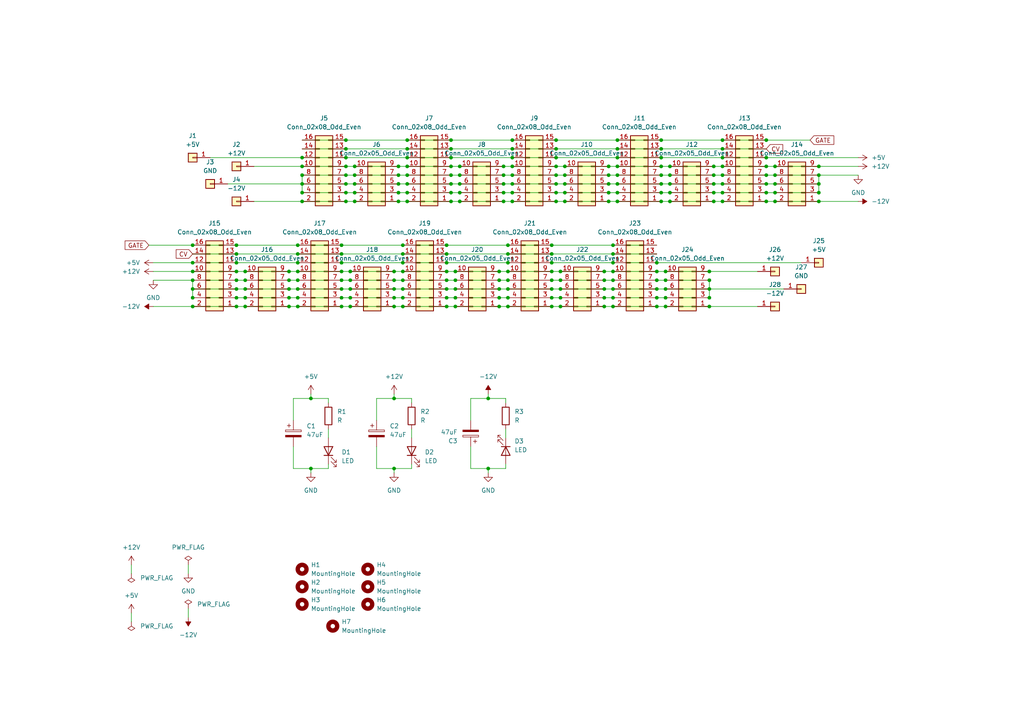
<source format=kicad_sch>
(kicad_sch (version 20211123) (generator eeschema)
  (paper "A4")
  (title_block (title "BUS BOARD") (rev "0.2.0") (company "Butch Warns"))
  (lib_symbols
    (symbol "Connector_Generic:Conn_01x01" (pin_names (offset 1.016) hide)
      (property "Reference" "J" (at 0 2.54 0))
      (property "Value" "Conn_01x01" (at 0 -2.54 0))
      (symbol "Conn_01x01_1_1"
        (rectangle (start -1.27 0.127) (end 0 -0.127) (stroke (width 0.1524)))
        (rectangle (start -1.27 1.27) (end 1.27 -1.27) (stroke (width 0.254)) (fill (type background)))
        (pin passive line (at -5.08 0 0) (length 3.81) (name "Pin_1") (number "1"))
      )
    )
    (symbol "Connector_Generic:Conn_02x05_Odd_Even" (pin_names (offset 1.016) hide)
      (property "Reference" "J" (at 1.27 7.62 0))
      (property "Value" "Conn_02x05_Odd_Even" (at 1.27 -7.62 0))
      (symbol "Conn_02x05_Odd_Even_1_1"
        (rectangle (start -1.27 -4.953) (end 0 -5.207) (stroke (width 0.1524)))
        (rectangle (start -1.27 -2.413) (end 0 -2.667) (stroke (width 0.1524)))
        (rectangle (start -1.27 0.127) (end 0 -0.127) (stroke (width 0.1524)))
        (rectangle (start -1.27 2.667) (end 0 2.413) (stroke (width 0.1524)))
        (rectangle (start -1.27 5.207) (end 0 4.953) (stroke (width 0.1524)))
        (rectangle (start -1.27 6.35) (end 3.81 -6.35) (stroke (width 0.254)) (fill (type background)))
        (rectangle (start 3.81 -4.953) (end 2.54 -5.207) (stroke (width 0.1524)))
        (rectangle (start 3.81 -2.413) (end 2.54 -2.667) (stroke (width 0.1524)))
        (rectangle (start 3.81 0.127) (end 2.54 -0.127) (stroke (width 0.1524)))
        (rectangle (start 3.81 2.667) (end 2.54 2.413) (stroke (width 0.1524)))
        (rectangle (start 3.81 5.207) (end 2.54 4.953) (stroke (width 0.1524)))
        (pin passive line (at -5.08 5.08 0) (length 3.81) (name "Pin_1") (number "1"))
        (pin passive line (at 7.62 -5.08 180) (length 3.81) (name "Pin_10") (number "10"))
        (pin passive line (at 7.62 5.08 180) (length 3.81) (name "Pin_2") (number "2"))
        (pin passive line (at -5.08 2.54 0) (length 3.81) (name "Pin_3") (number "3"))
        (pin passive line (at 7.62 2.54 180) (length 3.81) (name "Pin_4") (number "4"))
        (pin passive line (at -5.08 0 0) (length 3.81) (name "Pin_5") (number "5"))
        (pin passive line (at 7.62 0 180) (length 3.81) (name "Pin_6") (number "6"))
        (pin passive line (at -5.08 -2.54 0) (length 3.81) (name "Pin_7") (number "7"))
        (pin passive line (at 7.62 -2.54 180) (length 3.81) (name "Pin_8") (number "8"))
        (pin passive line (at -5.08 -5.08 0) (length 3.81) (name "Pin_9") (number "9"))
      )
    )
    (symbol "Connector_Generic:Conn_02x08_Odd_Even" (pin_names (offset 1.016) hide)
      (property "Reference" "J" (at 1.27 10.16 0))
      (property "Value" "Conn_02x08_Odd_Even" (at 1.27 -12.7 0))
      (symbol "Conn_02x08_Odd_Even_1_1"
        (rectangle (start -1.27 -10.033) (end 0 -10.287) (stroke (width 0.1524)))
        (rectangle (start -1.27 -7.493) (end 0 -7.747) (stroke (width 0.1524)))
        (rectangle (start -1.27 -4.953) (end 0 -5.207) (stroke (width 0.1524)))
        (rectangle (start -1.27 -2.413) (end 0 -2.667) (stroke (width 0.1524)))
        (rectangle (start -1.27 0.127) (end 0 -0.127) (stroke (width 0.1524)))
        (rectangle (start -1.27 2.667) (end 0 2.413) (stroke (width 0.1524)))
        (rectangle (start -1.27 5.207) (end 0 4.953) (stroke (width 0.1524)))
        (rectangle (start -1.27 7.747) (end 0 7.493) (stroke (width 0.1524)))
        (rectangle (start -1.27 8.89) (end 3.81 -11.43) (stroke (width 0.254)) (fill (type background)))
        (rectangle (start 3.81 -10.033) (end 2.54 -10.287) (stroke (width 0.1524)))
        (rectangle (start 3.81 -7.493) (end 2.54 -7.747) (stroke (width 0.1524)))
        (rectangle (start 3.81 -4.953) (end 2.54 -5.207) (stroke (width 0.1524)))
        (rectangle (start 3.81 -2.413) (end 2.54 -2.667) (stroke (width 0.1524)))
        (rectangle (start 3.81 0.127) (end 2.54 -0.127) (stroke (width 0.1524)))
        (rectangle (start 3.81 2.667) (end 2.54 2.413) (stroke (width 0.1524)))
        (rectangle (start 3.81 5.207) (end 2.54 4.953) (stroke (width 0.1524)))
        (rectangle (start 3.81 7.747) (end 2.54 7.493) (stroke (width 0.1524)))
        (pin passive line (at -5.08 7.62 0) (length 3.81) (name "Pin_1") (number "1"))
        (pin passive line (at 7.62 -2.54 180) (length 3.81) (name "Pin_10") (number "10"))
        (pin passive line (at -5.08 -5.08 0) (length 3.81) (name "Pin_11") (number "11"))
        (pin passive line (at 7.62 -5.08 180) (length 3.81) (name "Pin_12") (number "12"))
        (pin passive line (at -5.08 -7.62 0) (length 3.81) (name "Pin_13") (number "13"))
        (pin passive line (at 7.62 -7.62 180) (length 3.81) (name "Pin_14") (number "14"))
        (pin passive line (at -5.08 -10.16 0) (length 3.81) (name "Pin_15") (number "15"))
        (pin passive line (at 7.62 -10.16 180) (length 3.81) (name "Pin_16") (number "16"))
        (pin passive line (at 7.62 7.62 180) (length 3.81) (name "Pin_2") (number "2"))
        (pin passive line (at -5.08 5.08 0) (length 3.81) (name "Pin_3") (number "3"))
        (pin passive line (at 7.62 5.08 180) (length 3.81) (name "Pin_4") (number "4"))
        (pin passive line (at -5.08 2.54 0) (length 3.81) (name "Pin_5") (number "5"))
        (pin passive line (at 7.62 2.54 180) (length 3.81) (name "Pin_6") (number "6"))
        (pin passive line (at -5.08 0 0) (length 3.81) (name "Pin_7") (number "7"))
        (pin passive line (at 7.62 0 180) (length 3.81) (name "Pin_8") (number "8"))
        (pin passive line (at -5.08 -2.54 0) (length 3.81) (name "Pin_9") (number "9"))
      )
    )
    (symbol "Device:C_Polarized" (pin_numbers hide) (pin_names (offset 0.254))
      (property "Reference" "C" (at 0.635 2.54 0))
      (property "Value" "C_Polarized" (at 0.635 -2.54 0))
      (symbol "C_Polarized_0_1"
        (rectangle (start -2.286 0.508) (end 2.286 1.016))
        (polyline (pts (xy -1.778 2.286) (xy -0.762 2.286)))
        (polyline (pts (xy -1.27 2.794) (xy -1.27 1.778)))
        (rectangle (start 2.286 -0.508) (end -2.286 -1.016) (fill (type outline)))
      )
      (symbol "C_Polarized_1_1"
        (pin passive line (at 0 3.81 270) (length 2.794) (name "~") (number "1"))
        (pin passive line (at 0 -3.81 90) (length 2.794) (name "~") (number "2"))
      )
    )
    (symbol "Device:LED" (pin_numbers hide) (pin_names (offset 1.016) hide)
      (property "Reference" "D" (at 0 2.54 0))
      (property "Value" "LED" (at 0 -2.54 0))
      (symbol "LED_0_1"
        (polyline (pts (xy -1.27 -1.27) (xy -1.27 1.27)) (stroke (width 0.254)))
        (polyline (pts (xy -1.27 0) (xy 1.27 0)))
        (polyline (pts (xy 1.27 -1.27) (xy 1.27 1.27) (xy -1.27 0) (xy 1.27 -1.27)) (stroke (width 0.254)))
        (polyline (pts (xy -3.048 -0.762) (xy -4.572 -2.286) (xy -3.81 -2.286) (xy -4.572 -2.286) (xy -4.572 -1.524)))
        (polyline (pts (xy -1.778 -0.762) (xy -3.302 -2.286) (xy -2.54 -2.286) (xy -3.302 -2.286) (xy -3.302 -1.524)))
      )
      (symbol "LED_1_1"
        (pin passive line (at -3.81 0 0) (length 2.54) (name "K") (number "1"))
        (pin passive line (at 3.81 0 180) (length 2.54) (name "A") (number "2"))
      )
    )
    (symbol "Device:R" (pin_numbers hide) (pin_names (offset 0))
      (property "Reference" "R" (at 2.032 0 90))
      (property "Value" "R" (at 0 0 90))
      (symbol "R_0_1"
        (rectangle (start -1.016 -2.54) (end 1.016 2.54) (stroke (width 0.254)))
      )
      (symbol "R_1_1"
        (pin passive line (at 0 3.81 270) (length 1.27) (name "~") (number "1"))
        (pin passive line (at 0 -3.81 90) (length 1.27) (name "~") (number "2"))
      )
    )
    (symbol "Mechanical:MountingHole" (pin_names (offset 1.016))
      (property "Reference" "H" (at 0 5.08 0))
      (property "Value" "MountingHole" (at 0 3.175 0))
      (symbol "MountingHole_0_1"
        (circle (center 0 0) (radius 1.27) (stroke (width 1.27)))
      )
    )
    (symbol "power:+12V" (power) (pin_names (offset 0))
      (property "Value" "+12V" (at 0 3.556 0))
      (symbol "+12V_0_1"
        (polyline (pts (xy -0.762 1.27) (xy 0 2.54)))
        (polyline (pts (xy 0 0) (xy 0 2.54)))
        (polyline (pts (xy 0 2.54) (xy 0.762 1.27)))
      )
      (symbol "+12V_1_1"
        (pin power_in line (at 0 0 90) (length 0) hide (name "+12V") (number "1"))
      )
    )
    (symbol "power:+5V" (power) (pin_names (offset 0))
      (property "Value" "+5V" (at 0 3.556 0))
      (symbol "+5V_0_1"
        (polyline (pts (xy -0.762 1.27) (xy 0 2.54)))
        (polyline (pts (xy 0 0) (xy 0 2.54)))
        (polyline (pts (xy 0 2.54) (xy 0.762 1.27)))
      )
      (symbol "+5V_1_1"
        (pin power_in line (at 0 0 90) (length 0) hide (name "+5V") (number "1"))
      )
    )
    (symbol "power:-12V" (power) (pin_names (offset 0))
      (property "Value" "-12V" (at 0 3.81 0))
      (symbol "-12V_0_0"
        (pin power_in line (at 0 0 90) (length 0) hide (name "-12V") (number "1"))
      )
      (symbol "-12V_0_1"
        (polyline (pts (xy 0 0) (xy 0 1.27) (xy 0.762 1.27) (xy 0 2.54) (xy -0.762 1.27) (xy 0 1.27)) (fill (type outline)))
      )
    )
    (symbol "power:GND" (power) (pin_names (offset 0))
      (property "Value" "GND" (at 0 -3.81 0))
      (symbol "GND_0_1"
        (polyline (pts (xy 0 0) (xy 0 -1.27) (xy 1.27 -1.27) (xy 0 -2.54) (xy -1.27 -1.27) (xy 0 -1.27)))
      )
      (symbol "GND_1_1"
        (pin power_in line (at 0 0 270) (length 0) hide (name "GND") (number "1"))
      )
    )
    (symbol "power:PWR_FLAG" (power) (pin_numbers hide) (pin_names (offset 0) hide)
      (property "Value" "PWR_FLAG" (at 0 3.81 0))
      (symbol "PWR_FLAG_0_0"
        (pin power_out line (at 0 0 90) (length 0) (name "pwr") (number "1"))
      )
      (symbol "PWR_FLAG_0_1"
        (polyline (pts (xy 0 0) (xy 0 1.27) (xy -1.016 1.905) (xy 0 2.54) (xy 1.016 1.905) (xy 0 1.27)))
      )
    )
  )
  (junction (at 237.49 48.26))
  (junction (at 161.29 40.64))
  (junction (at 161.29 58.42))
  (junction (at 146.05 55.88))
  (junction (at 101.6 78.74))
  (junction (at 207.01 53.34))
  (junction (at 100.33 53.34))
  (junction (at 175.26 88.9))
  (junction (at 129.54 83.82))
  (junction (at 115.57 50.8))
  (junction (at 141.605 115.57))
  (junction (at 205.74 78.74))
  (junction (at 147.32 86.36))
  (junction (at 147.32 83.82))
  (junction (at 99.06 88.9))
  (junction (at 68.58 81.28))
  (junction (at 146.05 58.42))
  (junction (at 237.49 53.34))
  (junction (at 102.87 55.88))
  (junction (at 176.53 55.88))
  (junction (at 194.31 48.26))
  (junction (at 71.12 83.82))
  (junction (at 222.25 50.8))
  (junction (at 190.5 76.2))
  (junction (at 101.6 86.36))
  (junction (at 162.56 83.82))
  (junction (at 148.59 53.34))
  (junction (at 87.63 58.42))
  (junction (at 207.01 58.42))
  (junction (at 179.07 55.88))
  (junction (at 176.53 58.42))
  (junction (at 175.26 86.36))
  (junction (at 116.84 78.74))
  (junction (at 146.05 50.8))
  (junction (at 68.58 71.12))
  (junction (at 55.88 71.12))
  (junction (at 193.04 78.74))
  (junction (at 160.02 76.2))
  (junction (at 86.36 73.66))
  (junction (at 101.6 83.82))
  (junction (at 114.3 83.82))
  (junction (at 209.55 55.88))
  (junction (at 179.07 40.64))
  (junction (at 162.56 78.74))
  (junction (at 148.59 55.88))
  (junction (at 163.83 55.88))
  (junction (at 191.77 58.42))
  (junction (at 237.49 58.42))
  (junction (at 118.11 55.88))
  (junction (at 130.81 45.72))
  (junction (at 133.35 50.8))
  (junction (at 90.17 135.89))
  (junction (at 114.3 78.74))
  (junction (at 209.55 53.34))
  (junction (at 118.11 43.18))
  (junction (at 99.06 83.82))
  (junction (at 194.31 55.88))
  (junction (at 222.25 53.34))
  (junction (at 160.02 88.9))
  (junction (at 191.77 40.64))
  (junction (at 118.11 53.34))
  (junction (at 175.26 83.82))
  (junction (at 132.08 86.36))
  (junction (at 163.83 58.42))
  (junction (at 176.53 53.34))
  (junction (at 116.84 86.36))
  (junction (at 222.25 58.42))
  (junction (at 193.04 81.28))
  (junction (at 132.08 88.9))
  (junction (at 99.06 86.36))
  (junction (at 162.56 88.9))
  (junction (at 83.82 78.74))
  (junction (at 209.55 40.64))
  (junction (at 224.79 50.8))
  (junction (at 160.02 78.74))
  (junction (at 129.54 88.9))
  (junction (at 102.87 50.8))
  (junction (at 100.33 40.64))
  (junction (at 116.84 76.2))
  (junction (at 116.84 71.12))
  (junction (at 191.77 53.34))
  (junction (at 71.12 86.36))
  (junction (at 144.78 86.36))
  (junction (at 133.35 58.42))
  (junction (at 132.08 83.82))
  (junction (at 87.63 48.26))
  (junction (at 224.79 58.42))
  (junction (at 102.87 48.26))
  (junction (at 177.8 71.12))
  (junction (at 147.32 76.2))
  (junction (at 148.59 43.18))
  (junction (at 83.82 83.82))
  (junction (at 130.81 50.8))
  (junction (at 179.07 58.42))
  (junction (at 68.58 76.2))
  (junction (at 100.33 58.42))
  (junction (at 90.17 115.57))
  (junction (at 115.57 58.42))
  (junction (at 130.81 43.18))
  (junction (at 115.57 55.88))
  (junction (at 161.29 50.8))
  (junction (at 86.36 86.36))
  (junction (at 55.88 76.2))
  (junction (at 161.29 43.18))
  (junction (at 132.08 78.74))
  (junction (at 205.74 88.9))
  (junction (at 209.55 43.18))
  (junction (at 179.07 43.18))
  (junction (at 191.77 45.72))
  (junction (at 163.83 53.34))
  (junction (at 55.88 88.9))
  (junction (at 102.87 58.42))
  (junction (at 86.36 76.2))
  (junction (at 130.81 55.88))
  (junction (at 163.83 48.26))
  (junction (at 190.5 86.36))
  (junction (at 161.29 45.72))
  (junction (at 100.33 43.18))
  (junction (at 163.83 50.8))
  (junction (at 144.78 78.74))
  (junction (at 99.06 81.28))
  (junction (at 207.01 50.8))
  (junction (at 129.54 78.74))
  (junction (at 114.3 88.9))
  (junction (at 191.77 50.8))
  (junction (at 133.35 48.26))
  (junction (at 190.5 83.82))
  (junction (at 147.32 78.74))
  (junction (at 86.36 71.12))
  (junction (at 129.54 73.66))
  (junction (at 146.05 53.34))
  (junction (at 87.63 53.34))
  (junction (at 209.55 45.72))
  (junction (at 224.79 53.34))
  (junction (at 55.88 83.82))
  (junction (at 177.8 76.2))
  (junction (at 161.29 55.88))
  (junction (at 144.78 81.28))
  (junction (at 114.3 86.36))
  (junction (at 162.56 81.28))
  (junction (at 116.84 83.82))
  (junction (at 87.63 50.8))
  (junction (at 191.77 43.18))
  (junction (at 114.3 115.57))
  (junction (at 179.07 48.26))
  (junction (at 68.58 88.9))
  (junction (at 83.82 86.36))
  (junction (at 99.06 73.66))
  (junction (at 100.33 55.88))
  (junction (at 160.02 73.66))
  (junction (at 161.29 48.26))
  (junction (at 130.81 58.42))
  (junction (at 118.11 58.42))
  (junction (at 222.25 45.72))
  (junction (at 115.57 53.34))
  (junction (at 116.84 73.66))
  (junction (at 148.59 45.72))
  (junction (at 222.25 40.64))
  (junction (at 160.02 83.82))
  (junction (at 193.04 86.36))
  (junction (at 179.07 53.34))
  (junction (at 209.55 48.26))
  (junction (at 177.8 78.74))
  (junction (at 141.605 135.89))
  (junction (at 55.88 81.28))
  (junction (at 190.5 78.74))
  (junction (at 68.58 86.36))
  (junction (at 55.88 86.36))
  (junction (at 160.02 71.12))
  (junction (at 86.36 78.74))
  (junction (at 193.04 88.9))
  (junction (at 71.12 81.28))
  (junction (at 205.74 81.28))
  (junction (at 237.49 50.8))
  (junction (at 101.6 88.9))
  (junction (at 83.82 81.28))
  (junction (at 162.56 86.36))
  (junction (at 87.63 45.72))
  (junction (at 177.8 83.82))
  (junction (at 160.02 86.36))
  (junction (at 100.33 50.8))
  (junction (at 194.31 53.34))
  (junction (at 147.32 81.28))
  (junction (at 176.53 50.8))
  (junction (at 222.25 55.88))
  (junction (at 68.58 78.74))
  (junction (at 133.35 55.88))
  (junction (at 209.55 58.42))
  (junction (at 147.32 73.66))
  (junction (at 194.31 58.42))
  (junction (at 237.49 55.88))
  (junction (at 224.79 48.26))
  (junction (at 148.59 50.8))
  (junction (at 176.53 48.26))
  (junction (at 177.8 86.36))
  (junction (at 132.08 81.28))
  (junction (at 191.77 48.26))
  (junction (at 118.11 40.64))
  (junction (at 71.12 88.9))
  (junction (at 194.31 50.8))
  (junction (at 86.36 83.82))
  (junction (at 114.3 135.89))
  (junction (at 190.5 88.9))
  (junction (at 177.8 88.9))
  (junction (at 148.59 48.26))
  (junction (at 190.5 81.28))
  (junction (at 148.59 40.64))
  (junction (at 71.12 78.74))
  (junction (at 100.33 48.26))
  (junction (at 148.59 58.42))
  (junction (at 129.54 86.36))
  (junction (at 114.3 81.28))
  (junction (at 130.81 48.26))
  (junction (at 160.02 81.28))
  (junction (at 100.33 45.72))
  (junction (at 55.88 78.74))
  (junction (at 222.25 48.26))
  (junction (at 209.55 50.8))
  (junction (at 175.26 81.28))
  (junction (at 147.32 88.9))
  (junction (at 129.54 81.28))
  (junction (at 99.06 78.74))
  (junction (at 83.82 88.9))
  (junction (at 130.81 53.34))
  (junction (at 144.78 83.82))
  (junction (at 147.32 71.12))
  (junction (at 193.04 83.82))
  (junction (at 144.78 88.9))
  (junction (at 129.54 76.2))
  (junction (at 207.01 48.26))
  (junction (at 99.06 71.12))
  (junction (at 116.84 81.28))
  (junction (at 116.84 88.9))
  (junction (at 146.05 48.26))
  (junction (at 129.54 71.12))
  (junction (at 133.35 53.34))
  (junction (at 130.81 40.64))
  (junction (at 205.74 86.36))
  (junction (at 161.29 53.34))
  (junction (at 177.8 81.28))
  (junction (at 207.01 55.88))
  (junction (at 191.77 55.88))
  (junction (at 118.11 48.26))
  (junction (at 68.58 83.82))
  (junction (at 99.06 76.2))
  (junction (at 115.57 48.26))
  (junction (at 86.36 88.9))
  (junction (at 175.26 78.74))
  (junction (at 118.11 50.8))
  (junction (at 224.79 55.88))
  (junction (at 68.58 73.66))
  (junction (at 101.6 81.28))
  (junction (at 177.8 73.66))
  (junction (at 205.74 83.82))
  (junction (at 87.63 55.88))
  (junction (at 118.11 45.72))
  (junction (at 179.07 50.8))
  (junction (at 179.07 45.72))
  (junction (at 86.36 81.28))
  (junction (at 102.87 53.34))
  (wire (pts (xy 55.88 81.28) (xy 68.58 81.28)))
  (wire (pts (xy 101.6 83.82) (xy 114.3 83.82)))
  (wire (pts (xy 101.6 86.36) (xy 114.3 86.36)))
  (wire (pts (xy 129.54 83.82) (xy 132.08 83.82)))
  (wire (pts (xy 100.33 40.64) (xy 118.11 40.64)))
  (wire (pts (xy 144.78 81.28) (xy 147.32 81.28)))
  (wire (pts (xy 209.55 40.64) (xy 222.25 40.64)))
  (wire (pts (xy 55.88 88.9) (xy 68.58 88.9)))
  (wire (pts (xy 176.53 50.8) (xy 179.07 50.8)))
  (wire (pts (xy 118.11 58.42) (xy 130.81 58.42)))
  (wire (pts (xy 87.63 53.34) (xy 87.63 55.88)))
  (wire (pts (xy 87.63 48.26) (xy 100.33 48.26)))
  (wire (pts (xy 175.26 81.28) (xy 177.8 81.28)))
  (wire (pts (xy 179.07 43.18) (xy 191.77 43.18)))
  (wire (pts (xy 129.54 73.66) (xy 147.32 73.66)))
  (wire (pts (xy 83.82 81.28) (xy 86.36 81.28)))
  (wire (pts (xy 114.3 115.57) (xy 109.22 115.57)))
  (wire (pts (xy 222.25 53.34) (xy 224.79 53.34)))
  (wire (pts (xy 55.88 73.66) (xy 68.58 73.66)))
  (wire (pts (xy 177.8 81.28) (xy 190.5 81.28)))
  (wire (pts (xy 146.685 135.89) (xy 146.685 134.62)))
  (wire (pts (xy 177.8 86.36) (xy 190.5 86.36)))
  (wire (pts (xy 160.02 78.74) (xy 162.56 78.74)))
  (wire (pts (xy 38.1 163.83) (xy 38.1 166.37)))
  (wire (pts (xy 100.33 45.72) (xy 118.11 45.72)))
  (wire (pts (xy 130.81 45.72) (xy 148.59 45.72)))
  (wire (pts (xy 99.06 78.74) (xy 101.6 78.74)))
  (wire (pts (xy 146.05 58.42) (xy 148.59 58.42)))
  (wire (pts (xy 95.25 116.84) (xy 95.25 115.57)))
  (wire (pts (xy 161.29 43.18) (xy 179.07 43.18)))
  (wire (pts (xy 129.54 76.2) (xy 147.32 76.2)))
  (wire (pts (xy 161.29 55.88) (xy 163.83 55.88)))
  (wire (pts (xy 146.05 53.34) (xy 148.59 53.34)))
  (wire (pts (xy 148.59 48.26) (xy 161.29 48.26)))
  (wire (pts (xy 222.25 55.88) (xy 224.79 55.88)))
  (wire (pts (xy 222.25 50.8) (xy 224.79 50.8)))
  (wire (pts (xy 68.58 73.66) (xy 86.36 73.66)))
  (wire (pts (xy 136.525 121.92) (xy 136.525 115.57)))
  (wire (pts (xy 144.78 88.9) (xy 147.32 88.9)))
  (wire (pts (xy 191.77 48.26) (xy 194.31 48.26)))
  (wire (pts (xy 147.32 83.82) (xy 160.02 83.82)))
  (wire (pts (xy 132.08 81.28) (xy 144.78 81.28)))
  (wire (pts (xy 160.02 76.2) (xy 177.8 76.2)))
  (wire (pts (xy 95.25 115.57) (xy 90.17 115.57)))
  (wire (pts (xy 160.02 83.82) (xy 162.56 83.82)))
  (wire (pts (xy 44.45 88.9) (xy 55.88 88.9)))
  (wire (pts (xy 71.12 78.74) (xy 83.82 78.74)))
  (wire (pts (xy 68.58 88.9) (xy 71.12 88.9)))
  (wire (pts (xy 114.3 86.36) (xy 116.84 86.36)))
  (wire (pts (xy 83.82 78.74) (xy 86.36 78.74)))
  (wire (pts (xy 87.63 55.88) (xy 100.33 55.88)))
  (wire (pts (xy 114.3 135.89) (xy 109.22 135.89)))
  (wire (pts (xy 237.49 53.34) (xy 237.49 55.88)))
  (wire (pts (xy 207.01 55.88) (xy 209.55 55.88)))
  (wire (pts (xy 116.84 86.36) (xy 129.54 86.36)))
  (wire (pts (xy 160.02 71.12) (xy 177.8 71.12)))
  (wire (pts (xy 86.36 76.2) (xy 99.06 76.2)))
  (wire (pts (xy 194.31 55.88) (xy 207.01 55.88)))
  (wire (pts (xy 130.81 43.18) (xy 148.59 43.18)))
  (wire (pts (xy 115.57 48.26) (xy 118.11 48.26)))
  (wire (pts (xy 55.88 71.12) (xy 68.58 71.12)))
  (wire (pts (xy 44.45 76.2) (xy 55.88 76.2)))
  (wire (pts (xy 38.1 177.8) (xy 38.1 180.34)))
  (wire (pts (xy 163.83 50.8) (xy 176.53 50.8)))
  (wire (pts (xy 130.81 58.42) (xy 133.35 58.42)))
  (wire (pts (xy 209.55 45.72) (xy 222.25 45.72)))
  (wire (pts (xy 114.3 83.82) (xy 116.84 83.82)))
  (wire (pts (xy 190.5 83.82) (xy 193.04 83.82)))
  (wire (pts (xy 83.82 86.36) (xy 86.36 86.36)))
  (wire (pts (xy 177.8 88.9) (xy 190.5 88.9)))
  (wire (pts (xy 90.17 135.89) (xy 85.09 135.89)))
  (wire (pts (xy 190.5 88.9) (xy 193.04 88.9)))
  (wire (pts (xy 222.25 45.72) (xy 248.92 45.72)))
  (wire (pts (xy 176.53 55.88) (xy 179.07 55.88)))
  (wire (pts (xy 85.09 115.57) (xy 85.09 121.92)))
  (wire (pts (xy 190.5 76.2) (xy 232.41 76.2)))
  (wire (pts (xy 73.66 58.42) (xy 87.63 58.42)))
  (wire (pts (xy 100.33 58.42) (xy 102.87 58.42)))
  (wire (pts (xy 116.84 71.12) (xy 129.54 71.12)))
  (wire (pts (xy 179.07 50.8) (xy 191.77 50.8)))
  (wire (pts (xy 86.36 71.12) (xy 99.06 71.12)))
  (wire (pts (xy 116.84 88.9) (xy 129.54 88.9)))
  (wire (pts (xy 85.09 135.89) (xy 85.09 129.54)))
  (wire (pts (xy 162.56 81.28) (xy 175.26 81.28)))
  (wire (pts (xy 160.02 86.36) (xy 162.56 86.36)))
  (wire (pts (xy 219.71 88.9) (xy 205.74 88.9)))
  (wire (pts (xy 147.32 76.2) (xy 160.02 76.2)))
  (wire (pts (xy 118.11 50.8) (xy 130.81 50.8)))
  (wire (pts (xy 160.02 88.9) (xy 162.56 88.9)))
  (wire (pts (xy 179.07 48.26) (xy 191.77 48.26)))
  (wire (pts (xy 224.79 55.88) (xy 237.49 55.88)))
  (wire (pts (xy 68.58 76.2) (xy 86.36 76.2)))
  (wire (pts (xy 101.6 88.9) (xy 114.3 88.9)))
  (wire (pts (xy 71.12 81.28) (xy 83.82 81.28)))
  (wire (pts (xy 136.525 129.54) (xy 136.525 135.89)))
  (wire (pts (xy 130.81 50.8) (xy 133.35 50.8)))
  (wire (pts (xy 132.08 78.74) (xy 144.78 78.74)))
  (wire (pts (xy 116.84 78.74) (xy 129.54 78.74)))
  (wire (pts (xy 163.83 53.34) (xy 176.53 53.34)))
  (wire (pts (xy 109.22 115.57) (xy 109.22 121.92)))
  (wire (pts (xy 160.02 81.28) (xy 162.56 81.28)))
  (wire (pts (xy 83.82 83.82) (xy 86.36 83.82)))
  (wire (pts (xy 205.74 83.82) (xy 205.74 86.36)))
  (wire (pts (xy 101.6 78.74) (xy 114.3 78.74)))
  (wire (pts (xy 147.32 73.66) (xy 160.02 73.66)))
  (wire (pts (xy 87.63 45.72) (xy 100.33 45.72)))
  (wire (pts (xy 87.63 43.18) (xy 100.33 43.18)))
  (wire (pts (xy 109.22 129.54) (xy 109.22 135.89)))
  (wire (pts (xy 175.26 86.36) (xy 177.8 86.36)))
  (wire (pts (xy 193.04 88.9) (xy 205.74 88.9)))
  (wire (pts (xy 163.83 48.26) (xy 176.53 48.26)))
  (wire (pts (xy 114.3 78.74) (xy 116.84 78.74)))
  (wire (pts (xy 132.08 88.9) (xy 144.78 88.9)))
  (wire (pts (xy 147.32 71.12) (xy 160.02 71.12)))
  (wire (pts (xy 133.35 55.88) (xy 146.05 55.88)))
  (wire (pts (xy 100.33 43.18) (xy 118.11 43.18)))
  (wire (pts (xy 95.25 134.62) (xy 95.25 135.89)))
  (wire (pts (xy 73.66 48.26) (xy 87.63 48.26)))
  (wire (pts (xy 209.55 43.18) (xy 222.25 43.18)))
  (wire (pts (xy 222.25 40.64) (xy 234.95 40.64)))
  (wire (pts (xy 102.87 50.8) (xy 115.57 50.8)))
  (wire (pts (xy 118.11 45.72) (xy 130.81 45.72)))
  (wire (pts (xy 130.81 53.34) (xy 133.35 53.34)))
  (wire (pts (xy 119.38 116.84) (xy 119.38 115.57)))
  (wire (pts (xy 90.17 115.57) (xy 85.09 115.57)))
  (wire (pts (xy 99.06 83.82) (xy 101.6 83.82)))
  (wire (pts (xy 209.55 58.42) (xy 222.25 58.42)))
  (wire (pts (xy 119.38 115.57) (xy 114.3 115.57)))
  (wire (pts (xy 224.79 53.34) (xy 237.49 53.34)))
  (wire (pts (xy 114.3 81.28) (xy 116.84 81.28)))
  (wire (pts (xy 100.33 50.8) (xy 102.87 50.8)))
  (wire (pts (xy 44.45 78.74) (xy 55.88 78.74)))
  (wire (pts (xy 163.83 55.88) (xy 176.53 55.88)))
  (wire (pts (xy 116.84 73.66) (xy 129.54 73.66)))
  (wire (pts (xy 118.11 43.18) (xy 130.81 43.18)))
  (wire (pts (xy 129.54 78.74) (xy 132.08 78.74)))
  (wire (pts (xy 222.25 58.42) (xy 224.79 58.42)))
  (wire (pts (xy 193.04 78.74) (xy 205.74 78.74)))
  (wire (pts (xy 190.5 81.28) (xy 193.04 81.28)))
  (wire (pts (xy 176.53 53.34) (xy 179.07 53.34)))
  (wire (pts (xy 118.11 55.88) (xy 130.81 55.88)))
  (wire (pts (xy 146.685 115.57) (xy 146.685 116.84)))
  (wire (pts (xy 133.35 48.26) (xy 146.05 48.26)))
  (wire (pts (xy 129.54 81.28) (xy 132.08 81.28)))
  (wire (pts (xy 207.01 48.26) (xy 209.55 48.26)))
  (wire (pts (xy 147.32 81.28) (xy 160.02 81.28)))
  (wire (pts (xy 129.54 86.36) (xy 132.08 86.36)))
  (wire (pts (xy 191.77 55.88) (xy 194.31 55.88)))
  (wire (pts (xy 191.77 40.64) (xy 209.55 40.64)))
  (wire (pts (xy 115.57 53.34) (xy 118.11 53.34)))
  (wire (pts (xy 248.92 48.26) (xy 237.49 48.26)))
  (wire (pts (xy 115.57 58.42) (xy 118.11 58.42)))
  (wire (pts (xy 237.49 50.8) (xy 237.49 53.34)))
  (wire (pts (xy 191.77 50.8) (xy 194.31 50.8)))
  (wire (pts (xy 209.55 55.88) (xy 222.25 55.88)))
  (wire (pts (xy 144.78 78.74) (xy 147.32 78.74)))
  (wire (pts (xy 179.07 58.42) (xy 191.77 58.42)))
  (wire (pts (xy 43.18 71.12) (xy 55.88 71.12)))
  (wire (pts (xy 141.605 114.3) (xy 141.605 115.57)))
  (wire (pts (xy 114.3 135.89) (xy 114.3 137.16)))
  (wire (pts (xy 95.25 124.46) (xy 95.25 127)))
  (wire (pts (xy 222.25 48.26) (xy 224.79 48.26)))
  (wire (pts (xy 54.61 163.83) (xy 54.61 166.37)))
  (wire (pts (xy 194.31 58.42) (xy 207.01 58.42)))
  (wire (pts (xy 55.88 83.82) (xy 55.88 86.36)))
  (wire (pts (xy 147.32 88.9) (xy 160.02 88.9)))
  (wire (pts (xy 193.04 83.82) (xy 205.74 83.82)))
  (wire (pts (xy 71.12 86.36) (xy 83.82 86.36)))
  (wire (pts (xy 193.04 86.36) (xy 205.74 86.36)))
  (wire (pts (xy 191.77 53.34) (xy 194.31 53.34)))
  (wire (pts (xy 119.38 124.46) (xy 119.38 127)))
  (wire (pts (xy 115.57 55.88) (xy 118.11 55.88)))
  (wire (pts (xy 129.54 71.12) (xy 147.32 71.12)))
  (wire (pts (xy 87.63 58.42) (xy 100.33 58.42)))
  (wire (pts (xy 144.78 83.82) (xy 147.32 83.82)))
  (wire (pts (xy 55.88 78.74) (xy 68.58 78.74)))
  (wire (pts (xy 90.17 135.89) (xy 90.17 137.16)))
  (wire (pts (xy 175.26 88.9) (xy 177.8 88.9)))
  (wire (pts (xy 68.58 78.74) (xy 71.12 78.74)))
  (wire (pts (xy 99.06 71.12) (xy 116.84 71.12)))
  (wire (pts (xy 102.87 53.34) (xy 115.57 53.34)))
  (wire (pts (xy 136.525 115.57) (xy 141.605 115.57)))
  (wire (pts (xy 68.58 71.12) (xy 86.36 71.12)))
  (wire (pts (xy 191.77 58.42) (xy 194.31 58.42)))
  (wire (pts (xy 179.07 53.34) (xy 191.77 53.34)))
  (wire (pts (xy 133.35 50.8) (xy 146.05 50.8)))
  (wire (pts (xy 86.36 81.28) (xy 99.06 81.28)))
  (wire (pts (xy 95.25 135.89) (xy 90.17 135.89)))
  (wire (pts (xy 116.84 83.82) (xy 129.54 83.82)))
  (wire (pts (xy 86.36 86.36) (xy 99.06 86.36)))
  (wire (pts (xy 161.29 45.72) (xy 179.07 45.72)))
  (wire (pts (xy 114.3 114.3) (xy 114.3 115.57)))
  (wire (pts (xy 87.63 50.8) (xy 100.33 50.8)))
  (wire (pts (xy 176.53 58.42) (xy 179.07 58.42)))
  (wire (pts (xy 55.88 81.28) (xy 44.45 81.28)))
  (wire (pts (xy 99.06 88.9) (xy 101.6 88.9)))
  (wire (pts (xy 130.81 48.26) (xy 133.35 48.26)))
  (wire (pts (xy 86.36 73.66) (xy 99.06 73.66)))
  (wire (pts (xy 162.56 88.9) (xy 175.26 88.9)))
  (wire (pts (xy 177.8 83.82) (xy 190.5 83.82)))
  (wire (pts (xy 148.59 53.34) (xy 161.29 53.34)))
  (wire (pts (xy 144.78 86.36) (xy 147.32 86.36)))
  (wire (pts (xy 190.5 86.36) (xy 193.04 86.36)))
  (wire (pts (xy 55.88 76.2) (xy 68.58 76.2)))
  (wire (pts (xy 177.8 71.12) (xy 190.5 71.12)))
  (wire (pts (xy 147.32 86.36) (xy 160.02 86.36)))
  (wire (pts (xy 99.06 76.2) (xy 116.84 76.2)))
  (wire (pts (xy 148.59 50.8) (xy 161.29 50.8)))
  (wire (pts (xy 162.56 86.36) (xy 175.26 86.36)))
  (wire (pts (xy 133.35 58.42) (xy 146.05 58.42)))
  (wire (pts (xy 161.29 50.8) (xy 163.83 50.8)))
  (wire (pts (xy 60.96 45.72) (xy 87.63 45.72)))
  (wire (pts (xy 194.31 48.26) (xy 207.01 48.26)))
  (wire (pts (xy 148.59 58.42) (xy 161.29 58.42)))
  (wire (pts (xy 102.87 58.42) (xy 115.57 58.42)))
  (wire (pts (xy 209.55 48.26) (xy 222.25 48.26)))
  (wire (pts (xy 148.59 43.18) (xy 161.29 43.18)))
  (wire (pts (xy 146.05 48.26) (xy 148.59 48.26)))
  (wire (pts (xy 99.06 73.66) (xy 116.84 73.66)))
  (wire (pts (xy 116.84 76.2) (xy 129.54 76.2)))
  (wire (pts (xy 179.07 45.72) (xy 191.77 45.72)))
  (wire (pts (xy 116.84 81.28) (xy 129.54 81.28)))
  (wire (pts (xy 68.58 81.28) (xy 71.12 81.28)))
  (wire (pts (xy 99.06 81.28) (xy 101.6 81.28)))
  (wire (pts (xy 148.59 45.72) (xy 161.29 45.72)))
  (wire (pts (xy 194.31 50.8) (xy 207.01 50.8)))
  (wire (pts (xy 224.79 50.8) (xy 237.49 50.8)))
  (wire (pts (xy 224.79 58.42) (xy 237.49 58.42)))
  (wire (pts (xy 207.01 50.8) (xy 209.55 50.8)))
  (wire (pts (xy 224.79 48.26) (xy 237.49 48.26)))
  (wire (pts (xy 193.04 81.28) (xy 205.74 81.28)))
  (wire (pts (xy 160.02 73.66) (xy 177.8 73.66)))
  (wire (pts (xy 227.33 83.82) (xy 205.74 83.82)))
  (wire (pts (xy 237.49 50.8) (xy 248.92 50.8)))
  (wire (pts (xy 179.07 40.64) (xy 191.77 40.64)))
  (wire (pts (xy 68.58 86.36) (xy 71.12 86.36)))
  (wire (pts (xy 87.63 53.34) (xy 100.33 53.34)))
  (wire (pts (xy 54.61 176.53) (xy 54.61 179.07)))
  (wire (pts (xy 90.17 114.3) (xy 90.17 115.57)))
  (wire (pts (xy 162.56 78.74) (xy 175.26 78.74)))
  (wire (pts (xy 176.53 48.26) (xy 179.07 48.26)))
  (wire (pts (xy 146.05 50.8) (xy 148.59 50.8)))
  (wire (pts (xy 83.82 88.9) (xy 86.36 88.9)))
  (wire (pts (xy 194.31 53.34) (xy 207.01 53.34)))
  (wire (pts (xy 179.07 55.88) (xy 191.77 55.88)))
  (wire (pts (xy 219.71 78.74) (xy 205.74 78.74)))
  (wire (pts (xy 141.605 135.89) (xy 141.605 137.16)))
  (wire (pts (xy 148.59 40.64) (xy 161.29 40.64)))
  (wire (pts (xy 129.54 88.9) (xy 132.08 88.9)))
  (wire (pts (xy 177.8 76.2) (xy 190.5 76.2)))
  (wire (pts (xy 87.63 50.8) (xy 87.63 53.34)))
  (wire (pts (xy 115.57 50.8) (xy 118.11 50.8)))
  (wire (pts (xy 132.08 83.82) (xy 144.78 83.82)))
  (wire (pts (xy 71.12 83.82) (xy 83.82 83.82)))
  (wire (pts (xy 209.55 50.8) (xy 222.25 50.8)))
  (wire (pts (xy 66.04 53.34) (xy 87.63 53.34)))
  (wire (pts (xy 86.36 88.9) (xy 99.06 88.9)))
  (wire (pts (xy 132.08 86.36) (xy 144.78 86.36)))
  (wire (pts (xy 141.605 115.57) (xy 146.685 115.57)))
  (wire (pts (xy 163.83 58.42) (xy 176.53 58.42)))
  (wire (pts (xy 100.33 53.34) (xy 102.87 53.34)))
  (wire (pts (xy 71.12 88.9) (xy 83.82 88.9)))
  (wire (pts (xy 161.29 40.64) (xy 179.07 40.64)))
  (wire (pts (xy 55.88 81.28) (xy 55.88 83.82)))
  (wire (pts (xy 86.36 78.74) (xy 99.06 78.74)))
  (wire (pts (xy 87.63 40.64) (xy 100.33 40.64)))
  (wire (pts (xy 191.77 45.72) (xy 209.55 45.72)))
  (wire (pts (xy 191.77 43.18) (xy 209.55 43.18)))
  (wire (pts (xy 148.59 55.88) (xy 161.29 55.88)))
  (wire (pts (xy 102.87 48.26) (xy 115.57 48.26)))
  (wire (pts (xy 190.5 78.74) (xy 193.04 78.74)))
  (wire (pts (xy 68.58 83.82) (xy 71.12 83.82)))
  (wire (pts (xy 141.605 135.89) (xy 146.685 135.89)))
  (wire (pts (xy 114.3 88.9) (xy 116.84 88.9)))
  (wire (pts (xy 205.74 81.28) (xy 205.74 83.82)))
  (wire (pts (xy 99.06 86.36) (xy 101.6 86.36)))
  (wire (pts (xy 102.87 55.88) (xy 115.57 55.88)))
  (wire (pts (xy 133.35 53.34) (xy 146.05 53.34)))
  (wire (pts (xy 146.685 124.46) (xy 146.685 127)))
  (wire (pts (xy 209.55 53.34) (xy 222.25 53.34)))
  (wire (pts (xy 207.01 53.34) (xy 209.55 53.34)))
  (wire (pts (xy 100.33 48.26) (xy 102.87 48.26)))
  (wire (pts (xy 177.8 78.74) (xy 190.5 78.74)))
  (wire (pts (xy 119.38 135.89) (xy 114.3 135.89)))
  (wire (pts (xy 101.6 81.28) (xy 114.3 81.28)))
  (wire (pts (xy 100.33 55.88) (xy 102.87 55.88)))
  (wire (pts (xy 161.29 53.34) (xy 163.83 53.34)))
  (wire (pts (xy 118.11 53.34) (xy 130.81 53.34)))
  (wire (pts (xy 147.32 78.74) (xy 160.02 78.74)))
  (wire (pts (xy 162.56 83.82) (xy 175.26 83.82)))
  (wire (pts (xy 175.26 78.74) (xy 177.8 78.74)))
  (wire (pts (xy 161.29 48.26) (xy 163.83 48.26)))
  (wire (pts (xy 130.81 55.88) (xy 133.35 55.88)))
  (wire (pts (xy 130.81 40.64) (xy 148.59 40.64)))
  (wire (pts (xy 248.92 58.42) (xy 237.49 58.42)))
  (wire (pts (xy 119.38 134.62) (xy 119.38 135.89)))
  (wire (pts (xy 161.29 58.42) (xy 163.83 58.42)))
  (wire (pts (xy 55.88 83.82) (xy 68.58 83.82)))
  (wire (pts (xy 118.11 48.26) (xy 130.81 48.26)))
  (wire (pts (xy 136.525 135.89) (xy 141.605 135.89)))
  (wire (pts (xy 146.05 55.88) (xy 148.59 55.88)))
  (wire (pts (xy 118.11 40.64) (xy 130.81 40.64)))
  (wire (pts (xy 177.8 73.66) (xy 190.5 73.66)))
  (wire (pts (xy 175.26 83.82) (xy 177.8 83.82)))
  (wire (pts (xy 86.36 83.82) (xy 99.06 83.82)))
  (wire (pts (xy 207.01 58.42) (xy 209.55 58.42)))
  (wire (pts (xy 55.88 86.36) (xy 68.58 86.36)))
  (global_label "CV" (shape input) (at 222.25 43.18 0) (property "Intersheet References" "${INTERSHEET_REFS}" (effects hide)))
  (global_label "GATE" (shape input) (at 234.95 40.64 0) (property "Intersheet References" "${INTERSHEET_REFS}" (effects hide)))
  (global_label "CV" (shape input) (at 55.88 73.66 180) (property "Intersheet References" "${INTERSHEET_REFS}" (effects hide)))
  (global_label "GATE" (shape input) (at 43.18 71.12 180) (property "Intersheet References" "${INTERSHEET_REFS}" (effects hide)))
  (symbol (lib_id "Mechanical:MountingHole") (at 87.63 175.26 0) (unit 1)
    (property "Reference" "H3" (at 90.17 173.9899 0) (effects (justify left)))
    (property "Value" "MountingHole" (at 90.17 176.5299 0) (effects (justify left)))
    (property "Footprint" "MountingHole:MountingHole_3.2mm_M3" (effects hide))
  )
  (symbol (lib_id "Connector_Generic:Conn_02x05_Odd_Even") (at 232.41 53.34 180) (unit 1)
    (property "Reference" "J14" (at 231.14 41.91 0))
    (property "Value" "Conn_02x05_Odd_Even" (at 231.14 44.45 0))
    (property "Footprint" "Connector_IDC:IDC-Header_2x05_P2.54mm_Vertical" (effects hide))
  )
  (symbol (lib_id "Connector_Generic:Conn_01x01") (at 237.49 76.2 0) (mirror x) (unit 1)
    (property "Reference" "J25" (at 237.49 69.85 0))
    (property "Value" "+5V" (at 237.49 72.39 0))
    (property "Footprint" "eurorack_misc:Flat_Connector_Vogt_6.35mm_P5mm" (effects hide))
  )
  (symbol (lib_id "power:GND") (at 54.61 166.37 0) (unit 1)
    (property "Reference" "#PWR01" (effects hide))
    (property "Value" "GND" (at 54.61 171.45 0))
  )
  (symbol (lib_id "Mechanical:MountingHole") (at 106.68 165.1 0) (unit 1)
    (property "Reference" "H4" (at 109.22 163.8299 0) (effects (justify left)))
    (property "Value" "MountingHole" (at 109.22 166.3699 0) (effects (justify left)))
    (property "Footprint" "MountingHole:MountingHole_3.2mm_M3" (effects hide))
  )
  (symbol (lib_id "power:GND") (at 44.45 81.28 0) (mirror y) (unit 1)
    (property "Reference" "#PWR06" (effects hide))
    (property "Value" "GND" (at 44.45 86.36 0))
  )
  (symbol (lib_id "Connector_Generic:Conn_02x08_Odd_Even") (at 185.42 81.28 180) (unit 1)
    (property "Reference" "J23" (at 184.15 64.77 0))
    (property "Value" "Conn_02x08_Odd_Even" (at 184.15 67.31 0))
    (property "Footprint" "Connector_IDC:IDC-Header_2x08_P2.54mm_Vertical" (effects hide))
  )
  (symbol (lib_id "Connector_Generic:Conn_02x05_Odd_Even") (at 200.66 83.82 180) (unit 1)
    (property "Reference" "J24" (at 199.39 72.39 0))
    (property "Value" "Conn_02x05_Odd_Even" (at 199.39 74.93 0))
    (property "Footprint" "Connector_IDC:IDC-Header_2x05_P2.54mm_Vertical" (effects hide))
  )
  (symbol (lib_id "Connector_Generic:Conn_01x01") (at 224.79 88.9 0) (mirror x) (unit 1)
    (property "Reference" "J28" (at 224.79 82.55 0))
    (property "Value" "-12V" (at 224.79 85.09 0))
    (property "Footprint" "eurorack_misc:Flat_Connector_Vogt_6.35mm_P5mm" (effects hide))
  )
  (symbol (lib_id "Connector_Generic:Conn_02x05_Odd_Even") (at 140.97 53.34 180) (unit 1)
    (property "Reference" "J8" (at 139.7 41.91 0))
    (property "Value" "Conn_02x05_Odd_Even" (at 139.7 44.45 0))
    (property "Footprint" "Connector_IDC:IDC-Header_2x05_P2.54mm_Vertical" (effects hide))
  )
  (symbol (lib_id "power:GND") (at 114.3 137.16 0) (unit 1)
    (property "Reference" "#PWR0102" (effects hide))
    (property "Value" "GND" (at 114.3 142.24 0))
  )
  (symbol (lib_id "Mechanical:MountingHole") (at 87.63 165.1 0) (unit 1)
    (property "Reference" "H1" (at 90.17 163.8299 0) (effects (justify left)))
    (property "Value" "MountingHole" (at 90.17 166.3699 0) (effects (justify left)))
    (property "Footprint" "MountingHole:MountingHole_3.2mm_M3" (effects hide))
  )
  (symbol (lib_id "Mechanical:MountingHole") (at 106.68 170.18 0) (unit 1)
    (property "Reference" "H5" (at 109.22 168.9099 0) (effects (justify left)))
    (property "Value" "MountingHole" (at 109.22 171.4499 0) (effects (justify left)))
    (property "Footprint" "MountingHole:MountingHole_3.2mm_M3" (effects hide))
  )
  (symbol (lib_id "Device:LED") (at 95.25 130.81 90) (unit 1)
    (property "Reference" "D1" (at 99.06 131.1274 90) (effects (justify right)))
    (property "Value" "LED" (at 99.06 133.6674 90) (effects (justify right)))
    (property "Footprint" "LED_THT:LED_D3.0mm" (effects hide))
  )
  (symbol (lib_id "power:+5V") (at 90.17 114.3 0) (unit 1)
    (property "Reference" "#PWR012" (effects hide))
    (property "Value" "+5V" (at 90.17 109.22 0))
  )
  (symbol (lib_id "Connector_Generic:Conn_02x08_Odd_Even") (at 217.17 50.8 180) (unit 1)
    (property "Reference" "J13" (at 215.9 34.29 0))
    (property "Value" "Conn_02x08_Odd_Even" (at 215.9 36.83 0))
    (property "Footprint" "Connector_IDC:IDC-Header_2x08_P2.54mm_Vertical" (effects hide))
  )
  (symbol (lib_id "Connector_Generic:Conn_02x08_Odd_Even") (at 156.21 50.8 180) (unit 1)
    (property "Reference" "J9" (at 154.94 34.29 0))
    (property "Value" "Conn_02x08_Odd_Even" (at 154.94 36.83 0))
    (property "Footprint" "Connector_IDC:IDC-Header_2x08_P2.54mm_Vertical" (effects hide))
  )
  (symbol (lib_id "power:GND") (at 90.17 137.16 0) (unit 1)
    (property "Reference" "#PWR015" (effects hide))
    (property "Value" "GND" (at 90.17 142.24 0))
  )
  (symbol (lib_id "power:GND") (at 248.92 50.8 0) (unit 1)
    (property "Reference" "#PWR020" (effects hide))
    (property "Value" "GND" (at 248.92 55.88 0))
  )
  (symbol (lib_id "power:+12V") (at 38.1 163.83 0) (unit 1)
    (property "Reference" "#PWR08" (effects hide))
    (property "Value" "+12V" (at 38.1 158.75 0))
  )
  (symbol (lib_id "Device:LED") (at 119.38 130.81 90) (unit 1)
    (property "Reference" "D2" (at 123.19 131.1274 90) (effects (justify right)))
    (property "Value" "LED" (at 123.19 133.6674 90) (effects (justify right)))
    (property "Footprint" "LED_THT:LED_D3.0mm" (effects hide))
  )
  (symbol (lib_id "Mechanical:MountingHole") (at 87.63 170.18 0) (unit 1)
    (property "Reference" "H2" (at 90.17 168.9099 0) (effects (justify left)))
    (property "Value" "MountingHole" (at 90.17 171.4499 0) (effects (justify left)))
    (property "Footprint" "MountingHole:MountingHole_3.2mm_M3" (effects hide))
  )
  (symbol (lib_id "Connector_Generic:Conn_01x01") (at 60.96 53.34 180) (unit 1)
    (property "Reference" "J3" (at 60.96 46.99 0))
    (property "Value" "GND" (at 60.96 49.53 0))
    (property "Footprint" "eurorack_misc:Flat_Connector_Vogt_6.35mm_P5mm" (effects hide))
  )
  (symbol (lib_id "Connector_Generic:Conn_02x08_Odd_Even") (at 95.25 50.8 180) (unit 1)
    (property "Reference" "J5" (at 93.98 34.29 0))
    (property "Value" "Conn_02x08_Odd_Even" (at 93.98 36.83 0))
    (property "Footprint" "Connector_IDC:IDC-Header_2x08_P2.54mm_Vertical" (effects hide))
  )
  (symbol (lib_id "Connector_Generic:Conn_02x08_Odd_Even") (at 63.5 81.28 180) (unit 1)
    (property "Reference" "J15" (at 62.23 64.77 0))
    (property "Value" "Conn_02x08_Odd_Even" (at 62.23 67.31 0))
    (property "Footprint" "Connector_IDC:IDC-Header_2x08_P2.54mm_Vertical" (effects hide))
  )
  (symbol (lib_id "Mechanical:MountingHole") (at 106.68 175.26 0) (unit 1)
    (property "Reference" "H6" (at 109.22 173.9899 0) (effects (justify left)))
    (property "Value" "MountingHole" (at 109.22 176.5299 0) (effects (justify left)))
    (property "Footprint" "MountingHole:MountingHole_3.2mm_M3" (effects hide))
  )
  (symbol (lib_id "Connector_Generic:Conn_02x08_Odd_Even") (at 125.73 50.8 180) (unit 1)
    (property "Reference" "J7" (at 124.46 34.29 0))
    (property "Value" "Conn_02x08_Odd_Even" (at 124.46 36.83 0))
    (property "Footprint" "Connector_IDC:IDC-Header_2x08_P2.54mm_Vertical" (effects hide))
  )
  (symbol (lib_id "Connector_Generic:Conn_02x05_Odd_Even") (at 201.93 53.34 180) (unit 1)
    (property "Reference" "J12" (at 200.66 41.91 0))
    (property "Value" "Conn_02x05_Odd_Even" (at 200.66 44.45 0))
    (property "Footprint" "Connector_IDC:IDC-Header_2x05_P2.54mm_Vertical" (effects hide))
  )
  (symbol (lib_id "power:+12V") (at 248.92 48.26 270) (unit 1)
    (property "Reference" "#PWR019" (effects hide))
    (property "Value" "+12V" (at 252.73 48.2599 90) (effects (justify left)))
  )
  (symbol (lib_id "Connector_Generic:Conn_01x01") (at 55.88 45.72 180) (unit 1)
    (property "Reference" "J1" (at 55.88 39.37 0))
    (property "Value" "+5V" (at 55.88 41.91 0))
    (property "Footprint" "eurorack_misc:Flat_Connector_Vogt_6.35mm_P5mm" (effects hide))
  )
  (symbol (lib_id "Connector_Generic:Conn_02x08_Odd_Even") (at 154.94 81.28 180) (unit 1)
    (property "Reference" "J21" (at 153.67 64.77 0))
    (property "Value" "Conn_02x08_Odd_Even" (at 153.67 67.31 0))
    (property "Footprint" "Connector_IDC:IDC-Header_2x08_P2.54mm_Vertical" (effects hide))
  )
  (symbol (lib_id "Connector_Generic:Conn_01x01") (at 232.41 83.82 0) (mirror x) (unit 1)
    (property "Reference" "J27" (at 232.41 77.47 0))
    (property "Value" "GND" (at 232.41 80.01 0))
    (property "Footprint" "eurorack_misc:Flat_Connector_Vogt_6.35mm_P5mm" (effects hide))
  )
  (symbol (lib_id "Connector_Generic:Conn_02x05_Odd_Even") (at 139.7 83.82 180) (unit 1)
    (property "Reference" "J20" (at 138.43 72.39 0))
    (property "Value" "Conn_02x05_Odd_Even" (at 138.43 74.93 0))
    (property "Footprint" "Connector_IDC:IDC-Header_2x05_P2.54mm_Vertical" (effects hide))
  )
  (symbol (lib_id "Mechanical:MountingHole") (at 96.52 181.61 0) (unit 1)
    (property "Reference" "H7" (at 99.06 180.3399 0) (effects (justify left)))
    (property "Value" "MountingHole" (at 99.06 182.8799 0) (effects (justify left)))
    (property "Footprint" "MountingHole:MountingHole_3.2mm_M3" (effects hide))
  )
  (symbol (lib_id "power:-12V") (at 44.45 88.9 90) (mirror x) (unit 1)
    (property "Reference" "#PWR07" (effects hide))
    (property "Value" "-12V" (at 40.64 88.8999 90) (effects (justify left)))
  )
  (symbol (lib_id "Connector_Generic:Conn_02x08_Odd_Even") (at 93.98 81.28 180) (unit 1)
    (property "Reference" "J17" (at 92.71 64.77 0))
    (property "Value" "Conn_02x08_Odd_Even" (at 92.71 67.31 0))
    (property "Footprint" "Connector_IDC:IDC-Header_2x08_P2.54mm_Vertical" (effects hide))
  )
  (symbol (lib_id "Connector_Generic:Conn_02x05_Odd_Even") (at 170.18 83.82 180) (unit 1)
    (property "Reference" "J22" (at 168.91 72.39 0))
    (property "Value" "Conn_02x05_Odd_Even" (at 168.91 74.93 0))
    (property "Footprint" "Connector_IDC:IDC-Header_2x05_P2.54mm_Vertical" (effects hide))
  )
  (symbol (lib_id "power:+5V") (at 44.45 76.2 90) (mirror x) (unit 1)
    (property "Reference" "#PWR04" (effects hide))
    (property "Value" "+5V" (at 40.64 76.1999 90) (effects (justify left)))
  )
  (symbol (lib_id "Connector_Generic:Conn_02x05_Odd_Even") (at 110.49 53.34 180) (unit 1)
    (property "Reference" "J6" (at 109.22 41.91 0))
    (property "Value" "Conn_02x05_Odd_Even" (at 109.22 44.45 0))
    (property "Footprint" "Connector_IDC:IDC-Header_2x05_P2.54mm_Vertical" (effects hide))
  )
  (symbol (lib_id "Device:C_Polarized") (at 109.22 125.73 0) (unit 1)
    (property "Reference" "C2" (at 113.03 123.5709 0) (effects (justify left)))
    (property "Value" "47uF" (at 113.03 126.1109 0) (effects (justify left)))
    (property "Footprint" "Capacitor_THT:CP_Radial_D8.0mm_P3.50mm" (effects hide))
  )
  (symbol (lib_id "Device:LED") (at 146.685 130.81 270) (unit 1)
    (property "Reference" "D3" (at 149.225 127.9524 90) (effects (justify left)))
    (property "Value" "LED" (at 149.225 130.4924 90) (effects (justify left)))
    (property "Footprint" "LED_THT:LED_D3.0mm" (effects hide))
  )
  (symbol (lib_id "Connector_Generic:Conn_02x05_Odd_Even") (at 171.45 53.34 180) (unit 1)
    (property "Reference" "J10" (at 170.18 41.91 0))
    (property "Value" "Conn_02x05_Odd_Even" (at 170.18 44.45 0))
    (property "Footprint" "Connector_IDC:IDC-Header_2x05_P2.54mm_Vertical" (effects hide))
  )
  (symbol (lib_id "Device:R") (at 95.25 120.65 180) (unit 1)
    (property "Reference" "R1" (at 97.79 119.3799 0) (effects (justify right)))
    (property "Value" "R" (at 97.79 121.9199 0) (effects (justify right)))
    (property "Footprint" "Resistor_THT:R_Axial_DIN0207_L6.3mm_D2.5mm_P7.62mm_Horizontal" (effects hide))
  )
  (symbol (lib_id "power:+12V") (at 44.45 78.74 90) (mirror x) (unit 1)
    (property "Reference" "#PWR05" (effects hide))
    (property "Value" "+12V" (at 40.64 78.7399 90) (effects (justify left)))
  )
  (symbol (lib_id "power:GND") (at 141.605 137.16 0) (unit 1)
    (property "Reference" "#PWR013" (effects hide))
    (property "Value" "GND" (at 141.605 142.24 0))
  )
  (symbol (lib_id "power:-12V") (at 54.61 179.07 180) (unit 1)
    (property "Reference" "#PWR011" (effects hide))
    (property "Value" "-12V" (at 54.61 184.15 0))
  )
  (symbol (lib_id "power:+5V") (at 38.1 177.8 0) (unit 1)
    (property "Reference" "#PWR02" (effects hide))
    (property "Value" "+5V" (at 38.1 172.72 0))
  )
  (symbol (lib_id "power:+12V") (at 114.3 114.3 0) (unit 1)
    (property "Reference" "#PWR0101" (effects hide))
    (property "Value" "+12V" (at 114.3 109.22 0))
  )
  (symbol (lib_id "Connector_Generic:Conn_02x08_Odd_Even") (at 124.46 81.28 180) (unit 1)
    (property "Reference" "J19" (at 123.19 64.77 0))
    (property "Value" "Conn_02x08_Odd_Even" (at 123.19 67.31 0))
    (property "Footprint" "Connector_IDC:IDC-Header_2x08_P2.54mm_Vertical" (effects hide))
  )
  (symbol (lib_id "power:PWR_FLAG") (at 54.61 176.53 0) (unit 1)
    (property "Reference" "#FLG0101" (effects hide))
    (property "Value" "PWR_FLAG" (at 57.15 175.2599 0) (effects (justify left)))
  )
  (symbol (lib_id "Device:C_Polarized") (at 85.09 125.73 0) (unit 1)
    (property "Reference" "C1" (at 88.9 123.5709 0) (effects (justify left)))
    (property "Value" "47uF" (at 88.9 126.1109 0) (effects (justify left)))
    (property "Footprint" "Capacitor_THT:CP_Radial_D8.0mm_P3.50mm" (effects hide))
  )
  (symbol (lib_id "Device:R") (at 119.38 120.65 180) (unit 1)
    (property "Reference" "R2" (at 121.92 119.3799 0) (effects (justify right)))
    (property "Value" "R" (at 121.92 121.9199 0) (effects (justify right)))
    (property "Footprint" "Resistor_THT:R_Axial_DIN0207_L6.3mm_D2.5mm_P7.62mm_Horizontal" (effects hide))
  )
  (symbol (lib_id "Connector_Generic:Conn_02x08_Odd_Even") (at 186.69 50.8 180) (unit 1)
    (property "Reference" "J11" (at 185.42 34.29 0))
    (property "Value" "Conn_02x08_Odd_Even" (at 185.42 36.83 0))
    (property "Footprint" "Connector_IDC:IDC-Header_2x08_P2.54mm_Vertical" (effects hide))
  )
  (symbol (lib_id "power:+5V") (at 248.92 45.72 270) (unit 1)
    (property "Reference" "#PWR018" (effects hide))
    (property "Value" "+5V" (at 252.73 45.7199 90) (effects (justify left)))
  )
  (symbol (lib_id "Connector_Generic:Conn_01x01") (at 68.58 48.26 180) (unit 1)
    (property "Reference" "J2" (at 68.58 41.91 0))
    (property "Value" "+12V" (at 68.58 44.45 0))
    (property "Footprint" "eurorack_misc:Flat_Connector_Vogt_6.35mm_P5mm" (effects hide))
  )
  (symbol (lib_id "power:PWR_FLAG") (at 38.1 180.34 180) (unit 1)
    (property "Reference" "#FLG0102" (effects hide))
    (property "Value" "PWR_FLAG" (at 40.64 181.6099 0) (effects (justify right)))
  )
  (symbol (lib_id "Device:C_Polarized") (at 136.525 125.73 180) (unit 1)
    (property "Reference" "C3" (at 132.715 127.8891 0) (effects (justify left)))
    (property "Value" "47uF" (at 132.715 125.3491 0) (effects (justify left)))
    (property "Footprint" "Capacitor_THT:CP_Radial_D8.0mm_P3.50mm" (effects hide))
  )
  (symbol (lib_id "power:PWR_FLAG") (at 38.1 166.37 180) (unit 1)
    (property "Reference" "#FLG0103" (effects hide))
    (property "Value" "PWR_FLAG" (at 40.64 167.6399 0) (effects (justify right)))
  )
  (symbol (lib_id "power:-12V") (at 141.605 114.3 0) (unit 1)
    (property "Reference" "#PWR014" (effects hide))
    (property "Value" "-12V" (at 141.605 109.22 0))
  )
  (symbol (lib_id "power:-12V") (at 248.92 58.42 270) (unit 1)
    (property "Reference" "#PWR021" (effects hide))
    (property "Value" "-12V" (at 252.73 58.4199 90) (effects (justify left)))
  )
  (symbol (lib_id "Connector_Generic:Conn_01x01") (at 224.79 78.74 0) (mirror x) (unit 1)
    (property "Reference" "J26" (at 224.79 72.39 0))
    (property "Value" "+12V" (at 224.79 74.93 0))
    (property "Footprint" "eurorack_misc:Flat_Connector_Vogt_6.35mm_P5mm" (effects hide))
  )
  (symbol (lib_id "Device:R") (at 146.685 120.65 180) (unit 1)
    (property "Reference" "R3" (at 149.225 119.3799 0) (effects (justify right)))
    (property "Value" "R" (at 149.225 121.9199 0) (effects (justify right)))
    (property "Footprint" "Resistor_THT:R_Axial_DIN0207_L6.3mm_D2.5mm_P7.62mm_Horizontal" (effects hide))
  )
  (symbol (lib_id "power:PWR_FLAG") (at 54.61 163.83 0) (unit 1)
    (property "Reference" "#FLG01" (effects hide))
    (property "Value" "PWR_FLAG" (at 54.61 158.75 0))
  )
  (symbol (lib_id "Connector_Generic:Conn_01x01") (at 68.58 58.42 180) (unit 1)
    (property "Reference" "J4" (at 68.58 52.07 0))
    (property "Value" "-12V" (at 68.58 54.61 0))
    (property "Footprint" "eurorack_misc:Flat_Connector_Vogt_6.35mm_P5mm" (effects hide))
  )
  (symbol (lib_id "Connector_Generic:Conn_02x05_Odd_Even") (at 109.22 83.82 180) (unit 1)
    (property "Reference" "J18" (at 107.95 72.39 0))
    (property "Value" "Conn_02x05_Odd_Even" (at 107.95 74.93 0))
    (property "Footprint" "Connector_IDC:IDC-Header_2x05_P2.54mm_Vertical" (effects hide))
  )
  (symbol (lib_id "Connector_Generic:Conn_02x05_Odd_Even") (at 78.74 83.82 180) (unit 1)
    (property "Reference" "J16" (at 77.47 72.39 0))
    (property "Value" "Conn_02x05_Odd_Even" (at 77.47 74.93 0))
    (property "Footprint" "Connector_IDC:IDC-Header_2x05_P2.54mm_Vertical" (effects hide))
  )
)
</source>
